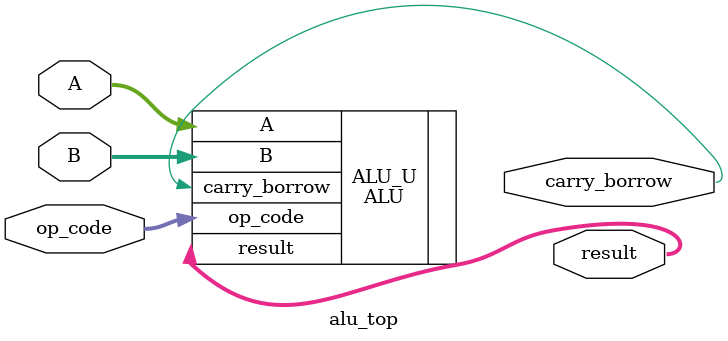
<source format=v>

`timescale 1 ns / 1 ps
module alu_top (
A,
B,
op_code,
result,
carry_borrow
);

input [4 - 1:0] A ;
input [4 - 1:0] B ;
input [3 - 1:0] op_code ;
output [4 - 1:0] result ;
output carry_borrow ;




ALU ALU_U(
    .A(A),
    .B(B),
    .op_code(op_code),
    .result(result),
    .carry_borrow(carry_borrow)
);

endmodule

</source>
